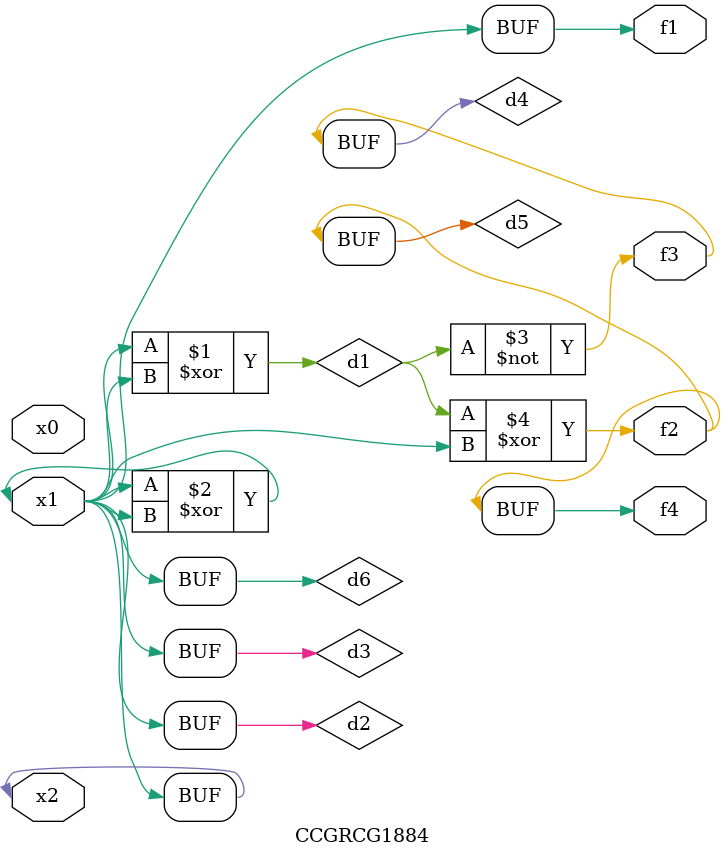
<source format=v>
module CCGRCG1884(
	input x0, x1, x2,
	output f1, f2, f3, f4
);

	wire d1, d2, d3, d4, d5, d6;

	xor (d1, x1, x2);
	buf (d2, x1, x2);
	xor (d3, x1, x2);
	nor (d4, d1);
	xor (d5, d1, d2);
	buf (d6, d2, d3);
	assign f1 = d6;
	assign f2 = d5;
	assign f3 = d4;
	assign f4 = d5;
endmodule

</source>
